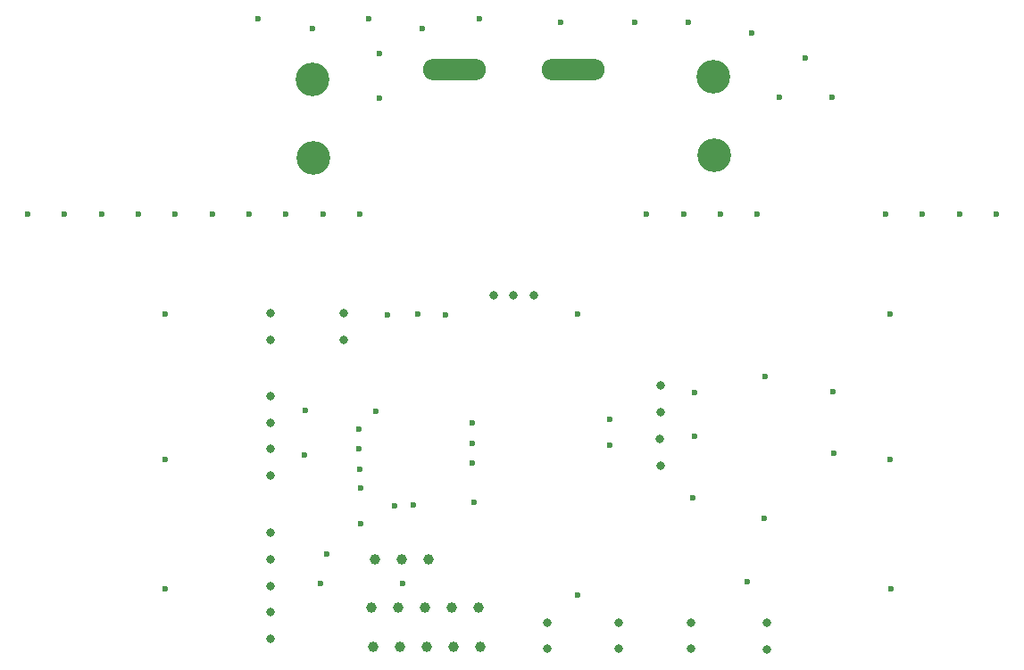
<source format=gbr>
%TF.GenerationSoftware,Altium Limited,Altium Designer,19.1.9 (167)*%
G04 Layer_Color=0*
%FSLAX44Y44*%
%MOMM*%
%TF.FileFunction,Plated,1,2,PTH,Drill*%
%TF.Part,Single*%
G01*
G75*
%TA.AperFunction,ComponentDrill*%
%ADD10C,3.2000*%
%ADD11C,0.8000*%
%ADD12C,1.0000*%
%ADD13O,5.9700X2.0430*%
%TA.AperFunction,ViaDrill,NotFilled*%
%ADD14C,0.6000*%
D10*
X1179750Y1100250D02*
D03*
X1180500Y1025500D02*
D03*
X799000Y1097500D02*
D03*
X799750Y1022750D02*
D03*
D11*
X1021667Y557250D02*
D03*
Y582250D02*
D03*
X1158418D02*
D03*
Y557250D02*
D03*
X1089750D02*
D03*
Y582250D02*
D03*
X759000Y566500D02*
D03*
Y591750D02*
D03*
Y617000D02*
D03*
Y642250D02*
D03*
Y667500D02*
D03*
X1128750Y756750D02*
D03*
X1129000Y731250D02*
D03*
Y781750D02*
D03*
Y807250D02*
D03*
X759500Y797333D02*
D03*
Y771833D02*
D03*
Y721332D02*
D03*
X759250Y746833D02*
D03*
X1230250Y581750D02*
D03*
Y556250D02*
D03*
X828750Y850415D02*
D03*
Y875915D02*
D03*
X759500D02*
D03*
Y850415D02*
D03*
X990020Y893004D02*
D03*
X1009020D02*
D03*
X971020D02*
D03*
D12*
X931050Y596000D02*
D03*
X905650D02*
D03*
X880250D02*
D03*
X854850D02*
D03*
X956450D02*
D03*
X882350Y559250D02*
D03*
X907750D02*
D03*
X933150D02*
D03*
X958550D02*
D03*
X856950D02*
D03*
X883650Y642000D02*
D03*
X909050D02*
D03*
X858250D02*
D03*
D13*
X1046020Y1107204D02*
D03*
X934020Y1106504D02*
D03*
D14*
X870000Y873850D02*
D03*
X925500D02*
D03*
X951000Y771750D02*
D03*
Y752500D02*
D03*
Y733750D02*
D03*
X1050500Y608000D02*
D03*
X1228500Y815710D02*
D03*
X1447750Y969750D02*
D03*
X1412750D02*
D03*
X1377750D02*
D03*
X1342750D02*
D03*
X1221250D02*
D03*
X1186250D02*
D03*
X1151250D02*
D03*
X1116250D02*
D03*
X844000D02*
D03*
X809000D02*
D03*
X774000D02*
D03*
X739000D02*
D03*
X704000D02*
D03*
X669000D02*
D03*
X634000D02*
D03*
X599000D02*
D03*
X564000D02*
D03*
X529000D02*
D03*
X1242250Y1080500D02*
D03*
X1266250Y1118250D02*
D03*
X1292250Y1080500D02*
D03*
X1216000Y1141750D02*
D03*
X1155250Y1151750D02*
D03*
X1105000Y1151500D02*
D03*
X1035000D02*
D03*
X863000Y1080000D02*
D03*
Y1122250D02*
D03*
X903000Y1146000D02*
D03*
X799500D02*
D03*
X747500Y1155000D02*
D03*
X957500D02*
D03*
X852500D02*
D03*
X1346649Y875000D02*
D03*
X659500Y613750D02*
D03*
Y737000D02*
D03*
Y875000D02*
D03*
X1050250D02*
D03*
X1348149Y613750D02*
D03*
X1346649Y737000D02*
D03*
X1160250Y700250D02*
D03*
X1161250Y758750D02*
D03*
X1161500Y800750D02*
D03*
X845250Y675750D02*
D03*
X899000Y875000D02*
D03*
X1211750Y621000D02*
D03*
X859500Y782750D02*
D03*
X792250Y783500D02*
D03*
X792000Y741000D02*
D03*
X812500Y646750D02*
D03*
X843250Y765500D02*
D03*
X843298Y746798D02*
D03*
X952500Y696186D02*
D03*
X1293000Y801500D02*
D03*
X1293445Y742517D02*
D03*
X1228000Y681250D02*
D03*
X806750Y619250D02*
D03*
X884750Y619500D02*
D03*
X845000Y709750D02*
D03*
X843867Y728000D02*
D03*
X877500Y693250D02*
D03*
X895250Y693500D02*
D03*
X1081250Y750500D02*
D03*
Y775000D02*
D03*
%TF.MD5,5c433655e4c004635aba95b11a0f23cb*%
M02*

</source>
